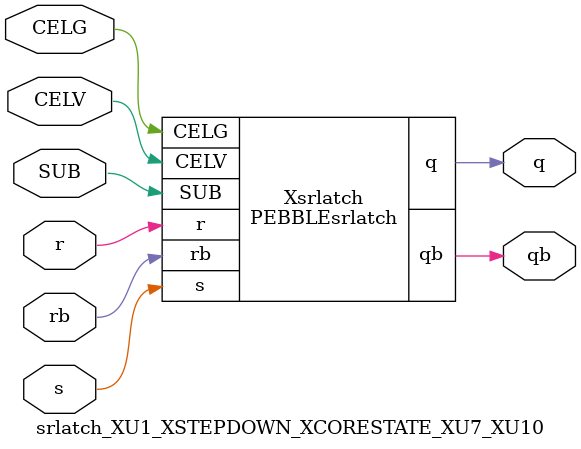
<source format=v>



module PEBBLEsrlatch ( q, qb, CELG, CELV, SUB, r, rb, s );

  input CELV;
  input s;
  output q;
  input rb;
  input r;
  input SUB;
  input CELG;
  output qb;
endmodule

//Celera Confidential Do Not Copy srlatch_XU1_XSTEPDOWN_XCORESTATE_XU7_XU10
//Celera Confidential Symbol Generator
//SR Latch
module srlatch_XU1_XSTEPDOWN_XCORESTATE_XU7_XU10 (CELV,CELG,s,r,rb,q,qb,SUB);
input CELV;
input CELG;
input s;
input r;
input rb;
input SUB;
output q;
output qb;

//Celera Confidential Do Not Copy srlatch
PEBBLEsrlatch Xsrlatch(
.CELV (CELV),
.r (r),
.s (s),
.q (q),
.qb (qb),
.rb (rb),
.SUB (SUB),
.CELG (CELG)
);
//,diesize,PEBBLEsrlatch

//Celera Confidential Do Not Copy Module End
//Celera Schematic Generator
endmodule

</source>
